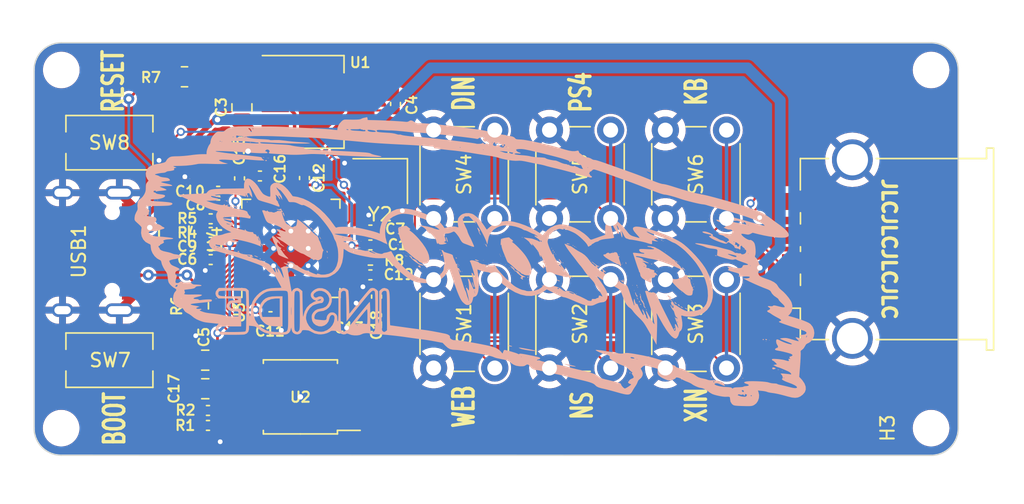
<source format=kicad_pcb>
(kicad_pcb (version 20221018) (generator pcbnew)
  (layers (0 "F.Cu" signal) (31 "B.Cu" signal) (34 "B.Paste" user) (35 "F.Paste" user) (36 "B.SilkS" user "B.Silkscreen") (37 "F.SilkS" user "F.Silkscreen") (38 "B.Mask" user) (39 "F.Mask" user) (44 "Edge.Cuts" user))
  (net 0 "")
  (net 1 "OPTION")
  (net 2 "+3V3")
  (net 3 "CROSS")
  (net 4 "CIRCLE")
  (net 5 "R2")
  (net 6 "+1V1")
  (net 7 "SQUARE")
  (net 8 "TRIANGLE")
  (net 9 "/~{USB_BOOT}")
  (net 10 "/QSPI_SS")
  (net 11 "/USB_D+")
  (net 12 "Net-(U3-USB_DP)")
  (net 13 "/USB_D-")
  (net 14 "D_P")
  (net 15 "D_M")
  (net 16 "Net-(U3-USB_DM)")
  (net 17 "/QSPI_SD1")
  (net 18 "Net-(USB1-CC2)")
  (net 19 "GND")
  (net 20 "/QSPI_SD2")
  (net 21 "/QSPI_SD0")
  (net 22 "/QSPI_SCLK")
  (net 23 "/QSPI_SD3")
  (net 24 "SHARE")
  (net 25 "UP")
  (net 26 "DOWN")
  (net 27 "RIGHT")
  (net 28 "LEFT")
  (net 29 "L2")
  (net 30 "R1")
  (net 31 "L1")
  (net 32 "PS")
  (net 33 "TP")
  (net 34 "/SWCLK")
  (net 35 "/SWD")
  (net 36 "/RUN")
  (net 47 "L3")
  (net 48 "R3")
  (net 49 "Net-(USB1-CC1)")
  (net 52 "Net-(C19-Pad1)")
  (net 53 "/XIN")
  (net 54 "/XOUT")
  (net 55 "+5V")
  (footprint "Capacitor_SMD:C_0402_1005Metric" (layer "F.Cu") (at 38.925 67.3 180)
    (fp_text reference "C19")
    (fp_text value "30p")
  )
  (footprint "MountingHole:MountingHole_2.2mm_M2" (layer "F.Cu") (at 80.175 52.225 90)
    (fp_text reference "H4" hide)
    (fp_text value "MountingHole")
  )
  (footprint "Capacitor_SMD:C_0402_1005Metric" (layer "F.Cu") (at 34.075 60.175 90)
    (fp_text reference "C12")
    (fp_text value "100n")
  )
  (footprint "Capacitor_SMD:C_0402_1005Metric" (layer "F.Cu") (at 38.925 64)
    (fp_text reference "C7")
    (fp_text value "100n")
  )
  (footprint "Capacitor_SMD:C_0402_1005Metric" (layer "F.Cu") (at 27.175 64.175)
    (fp_text reference "R4")
    (fp_text value "27")
  )
  (footprint "MountingHole:MountingHole_2.2mm_M2" (layer "F.Cu") (at 16.175 78.575 90)
    (fp_text reference "H1" hide)
    (fp_text value "MountingHole")
  )
  (footprint "Button_Switch_THT:SW_PUSH_6mm_H13mm" (layer "F.Cu") (at 48.075 56.65 -90)
    (fp_text reference locked "SW4")
    (fp_text value locked "SW_Push_Open")
  )
  (footprint "Connector_USB:USB_A_TE_292303-7_Horizontal" (layer "F.Cu") (at 77.085 65.4 90)
    (fp_text reference "J1" hide)
    (fp_text value "USB_A")
  )
  (footprint "Resistor_SMD:R_0402_1005Metric" (layer "F.Cu") (at 38.925 66.2 180)
    (fp_text reference "R8")
    (fp_text value "1k")
  )
  (footprint "Capacitor_SMD:C_0402_1005Metric" (layer "F.Cu") (at 31.575 70.375)
    (fp_text reference "C11")
    (fp_text value "100n")
  )
  (footprint "Button_Switch_SMD:SW_Tactile_SPST_NO_Straight_CK_PTS636Sx25SMTRLFS" (layer "F.Cu") (at 19.725 73.575)
    (fp_text reference "SW7")
    (fp_text value "SW_Push_Open")
  )
  (footprint "Package_TO_SOT_SMD:SOT-223-3_TabPin2" (layer "F.Cu") (at 35.075 54.575)
    (fp_text reference "U1")
    (fp_text value "NCP1117-3.3_SOT223")
  )
  (footprint "Button_Switch_THT:SW_PUSH_6mm_H13mm" (layer "F.Cu") (at 56.6 56.65 -90)
    (fp_text reference "SW5")
    (fp_text value "SW_Push_Open")
  )
  (footprint "Type-C:HRO-TYPE-C-31-M-12-Assembly" (layer "F.Cu") (at 13.675 65.575 -90)
    (fp_text reference "USB1")
    (fp_text value "HRO-TYPE-C-31-M-12")
  )
  (footprint "Capacitor_SMD:C_0402_1005Metric" (layer "F.Cu") (at 27.725 61.15 180)
    (fp_text reference "C10")
    (fp_text value "1u")
  )
  (footprint "Capacitor_SMD:C_0402_1005Metric" (layer "F.Cu") (at 27.175 63.175)
    (fp_text reference "R5")
    (fp_text value "27")
  )
  (footprint "Button_Switch_THT:SW_PUSH_6mm_H13mm" (layer "F.Cu") (at 56.6 67.65 -90)
    (fp_text reference "SW2")
    (fp_text value "SW_Push_Open")
  )
  (footprint "MountingHole:MountingHole_2.2mm_M2" (layer "F.Cu") (at 80.175 78.575 90)
    (fp_text reference "H3")
    (fp_text value "MountingHole")
  )
  (footprint "Button_Switch_THT:SW_PUSH_6mm_H13mm" (layer "F.Cu") (at 65.125 67.65 -90)
    (fp_text reference "SW3")
    (fp_text value "SW_Push_Open")
  )
  (footprint "Capacitor_SMD:C_0402_1005Metric" (layer "F.Cu") (at 27.175 65.175 180)
    (fp_text reference "C9")
    (fp_text value "100n")
  )
  (footprint "Capacitor_SMD:C_0805_2012Metric" (layer "F.Cu") (at 29.475 54.975 90)
    (fp_text reference "C3")
    (fp_text value "10u")
  )
  (footprint "Crystal:Crystal_SMD_3225-4Pin_3.2x2.5mm" (layer "F.Cu") (at 39.65 60.4 180)
    (fp_text reference "Y2")
    (fp_text value "Crystal_GND24")
  )
  (footprint "Capacitor_SMD:C_0402_1005Metric" (layer "F.Cu") (at 34.975 71.195)
    (fp_text reference "C13")
    (fp_text value "100n")
  )
  (footprint "Capacitor_SMD:C_0402_1005Metric" (layer "F.Cu") (at 26.975 78.375 180)
    (fp_text reference "R1")
    (fp_text value "1k")
  )
  (footprint "Capacitor_SMD:C_0402_1005Metric" (layer "F.Cu") (at 27.725 62.15 180)
    (fp_text reference "C8")
    (fp_text value "1u")
  )
  (footprint "Button_Switch_SMD:SW_Tactile_SPST_NO_Straight_CK_PTS636Sx25SMTRLFS" (layer "F.Cu") (at 19.725 57.575)
    (fp_text reference "SW8")
    (fp_text value "SW_Push_Open")
  )
  (footprint "Capacitor_SMD:C_0402_1005Metric" (layer "F.Cu") (at 26.975 77.275)
    (fp_text reference "R2")
    (fp_text value "10k")
  )
  (footprint "Capacitor_SMD:C_0402_1005Metric" (layer "F.Cu") (at 30.8 60.025 180)
    (fp_text reference "C16")
    (fp_text value "100n")
  )
  (footprint "Capacitor_SMD:C_0805_2012Metric" (layer "F.Cu") (at 26.775 73.575 180)
    (fp_text reference "C5")
    (fp_text value "10u")
  )
  (footprint "Capacitor_SMD:C_0402_1005Metric" (layer "F.Cu") (at 29.3 60.2 90)
    (fp_text reference "C15")
    (fp_text value "100n")
  )
  (footprint "Button_Switch_THT:SW_PUSH_6mm_H13mm" (layer "F.Cu") (at 48.075 67.65 -90)
    (fp_text reference locked "SW1")
    (fp_text value "SW_Push_Open")
  )
  (footprint "Resistor_SMD:R_0805_2012Metric" (layer "F.Cu") (at 25.25 52.725)
    (fp_text reference "R7")
    (fp_text value "5.1k")
  )
  (footprint "MountingHole:MountingHole_2.2mm_M2" (layer "F.Cu") (at 16.185 52.225 90)
    (fp_text reference "H2" hide)
    (fp_text value "MountingHole")
  )
  (footprint "Capacitor_SMD:C_0805_2012Metric" (layer "F.Cu") (at 26.775 75.675 180)
    (fp_text reference "C17")
    (fp_text value "10u")
  )
  (footprint "Package_SO:SOIC-8_5.23x5.23mm_P1.27mm" (layer "F.Cu") (at 33.775 76.275 180)
    (fp_text reference "U2")
    (fp_text value "W25Q128JVS")
  )
  (footprint "Capacitor_SMD:C_0402_1005Metric" (layer "F.Cu") (at 39.375 68.9 90)
    (fp_text reference "C18")
    (fp_text value "30p")
  )
  (footprint "Resistor_SMD:R_0805_2012Metric" (layer "F.Cu") (at 26.275 69.575 -90)
    (fp_text reference "R6")
    (fp_text value "5.1k")
  )
  (footprint "Capacitor_SMD:C_0402_1005Metric" (layer "F.Cu") (at 27.175 66.175 180)
    (fp_text reference "C6")
    (fp_text value "100n")
  )
  (footprint "RP2040_minimal:RP2040-QFN-56" (layer "F.Cu") (at 33.075 65.35 90)
    (fp_text reference "U3")
    (fp_text value "RP2040")
  )
  (footprint "Button_Switch_THT:SW_PUSH_6mm_H13mm" (layer "F.Cu") (at 65.125 56.65 -90)
    (fp_text reference "SW6")
    (fp_text value "SW_Push_Open")
  )
  (footprint "Capacitor_SMD:C_0402_1005Metric" (layer "F.Cu") (at 38.925 65.1)
    (fp_text reference "C14")
    (fp_text value "100n")
  )
  (footprint "Capacitor_SMD:C_0402_1005Metric" (layer "F.Cu") (at 40.775 54.725 90)
    (fp_text reference "C4")
    (fp_text value "100n")
  )
  (footprint "SMF05CT1G:SOT65P210X110-6N" (layer "F.Cu") (at 24.475 64.4 -90)
    (fp_text reference "U4")
    (fp_text value "SMF05CT1G")
  )
  (footprint "Logo:gp2040-ce-logo-inside-BW" (layer "B.Cu") (at 46.6 66.325 180)
    (fp_text reference "G***" hide)
    (fp_text value "LOGO" hide)
  )
  (gr_line (start 82.175 52.225) (end 82.175 78.575) (stroke (width 0.1)) (layer "Edge.Cuts"))
  (gr_line (start 14.185 52.225) (end 14.185 78.575) (stroke (width 0.1)) (layer "Edge.Cuts"))
  (gr_arc (start 14.185 52.225) (mid 14.770786 50.810786) (end 16.185 50.225) (stroke (width 0.1)) (layer "Edge.Cuts"))
  (gr_line (start 16.185 50.225) (end 80.175 50.225) (stroke (width 0.1)) (layer "Edge.Cuts"))
  (gr_arc (start 80.175 50.225) (mid 81.589214 50.810786) (end 82.175 52.225) (stroke (width 0.1)) (layer "Edge.Cuts"))
  (gr_line (start 80.175 80.575) (end 16.175 80.565) (stroke (width 0.1)) (layer "Edge.Cuts"))
  (gr_arc (start 16.175 80.565) (mid 14.767858 79.982142) (end 14.185 78.575) (stroke (width 0.1)) (layer "Edge.Cuts"))
  (gr_arc (start 82.175 78.575) (mid 81.589214 79.989214) (end 80.175 80.575) (stroke (width 0.1)) (layer "Edge.Cuts"))
  (gr_text "NS" (at 55.375 78.075 90) (layer "F.SilkS") (effects (font (size 1.5 1) (thickness 0.25) bold) (justify left bottom)))
  (gr_text "WEB" (at 46.675 78.675 90) (layer "F.SilkS") (effects (font (size 1.5 1) (thickness 0.25) bold) (justify left bottom)))
  (gr_text "BOOT" (at 20.975 79.975 90) (layer "F.SilkS") (effects (font (size 1.5 1) (thickness 0.25) bold) (justify left bottom)))
  (gr_text "RESET" (at 20.875 55.475 90) (layer "F.SilkS") (effects (font (size 1.5 1) (thickness 0.25) bold) (justify left bottom)))
  (gr_text "PS4" (at 55.275 55.475 90) (layer "F.SilkS") (effects (font (size 1.5 1) (thickness 0.25) bold) (justify left bottom)))
  (gr_text "KB" (at 63.775 54.975 90) (layer "F.SilkS") (effects (font (size 1.5 1) (thickness 0.25) bold) (justify left bottom)))
  (gr_text "JLCJLCJLCJLC" (at 77.085 65.4 -90) (layer "F.SilkS") (effects (font (size 1 1) (thickness 0.25) bold)))
  (gr_text "DIN" (at 46.675 55.375 90) (layer "F.SilkS") (effects (font (size 1.5 1) (thickness 0.25) bold) (justify left bottom)))
  (gr_text "XIN\n" (at 63.775 78.275 90) (layer "F.SilkS") (effects (font (size 1.5 1) (thickness 0.25) bold) (justify left bottom)))
  (segment (start 32.998 71.581475) (end 32.998 69.998) (width 0.15) (layer "F.Cu") (net 1))
  (segment (start 32.998 69.998) (end 32.675 69.675) (width 0.15) (layer "F.Cu") (net 1))
  (segment (start 32.675 69.675) (end 31.665381 69.675) (width 0.15) (layer "F.Cu") (net 1))
  (segment (start 46.374 72.449) (end 33.865524 72.449) (width 0.15) (layer "F.Cu") (net 1))
  (segment (start 31.665381 69.675) (end 31.275 69.284619) (width 0.15) (layer "F.Cu") (net 1))
  (segment (start 33.865524 72.449) (end 32.998 71.581475) (width 0.15) (layer "F.Cu") (net 1))
  (segment (start 31.275 69.284619) (end 31.275 68.7875) (width 0.15) (layer "F.Cu") (net 1))
  (segment (start 48.075 74.15) (end 46.374 72.449) (width 0.15) (layer "F.Cu") (net 1))
  (segment (start 48.075 74.15) (end 48.075 67.65) (width 0.25) (layer "B.Cu") (net 1))
  (segment (start 27.725 75.675) (end 27.725 73.575) (width 0.15) (layer "F.Cu") (net 2))
  (segment (start 27.725 76.525) (end 27.725 75.675) (width 0.15) (layer "F.Cu") (net 2))
  (segment (start 38.85 55.2) (end 40.77 55.2) (width 0.15) (layer "F.Cu") (net 2))
  (segment (start 31.28 60.025) (end 31.28 60.37) (width 0.15) (layer "F.Cu") (net 2))
  (segment (start 29 61.875) (end 29 62.5) (width 0.15) (layer "F.Cu") (net 2))
  (segment (start 35.975 57.748) (end 35.975 56.825) (width 0.25) (layer "F.Cu") (net 2))
  (segment (start 29 61.875) (end 29 63) (width 0.15) (layer "F.Cu") (net 2))
  (segment (start 30.675 62.775) (end 30.65 62.75) (width 0.15) (layer "F.Cu") (net 2))
  (segment (start 37.55 65.15) (end 38.395 65.15) (width 0.15) (layer "F.Cu") (net 2))
  (segment (start 34.875 60.68) (end 34.1 60.68) (width 0.2) (layer "F.Cu") (net 2))
  (segment (start 33.347814 58.348) (end 32.823 58.872814) (width 0.25) (layer "F.Cu") (net 2))
  (segment (start 38.395 65.15) (end 38.445 65.1) (width 0.15) (layer "F.Cu") (net 2))
  (segment (start 33.859619 68.075) (end 30.690381 68.075) (width 0.15) (layer "F.Cu") (net 2))
  (segment (start 28.575 64.975) (end 28.75 65.15) (width 0.2) (layer "F.Cu") (net 2))
  (segment (start 30.475 69.875) (end 30.475 68.7875) (width 0.15) (layer "F.Cu") (net 2))
  (segment (start 30.675 62.775) (end 30.475 62.575) (width 0.15) (layer "F.Cu") (net 2))
  (segment (start 32.823 58.872814) (end 32.823 59.822814) (width 0.25) (layer "F.Cu") (net 2))
  (segment (start 34.075 62.575) (end 33.875 62.775) (width 0.15) (layer "F.Cu") (net 2))
  (segment (start 29 60.98) (end 29.3 60.68) (width 0.15) (layer "F.Cu") (net 2))
  (segment (start 31.601 60.346) (end 31.28 60.025) (width 0.25) (layer "F.Cu") (net 2))
  (segment (start 30.175 78.18) (end 29.38 78.18) (width 0.15) (layer "F.Cu") (net 2))
  (segment (start 34.075 68.290381) (end 33.859619 68.075) (width 0.15) (layer "F.Cu") (net 2))
  (segment (start 28.375 65.175) (end 27.655 65.175) (width 0.15) (layer "F.Cu") (net 2))
  (segment (start 30.475 69.875) (end 30.975 70.375) (width 0.15) (layer "F.Cu") (net 2))
  (segment (start 33.875 62.775) (end 30.675 62.775) (width 0.15) (layer "F.Cu") (net 2))
  (segment (start 29.15 63.15) (end 29.6375 63.15) (width 0.15) (layer "F.Cu") (net 2))
  (segment (start 30.975 70.375) (end 31.095 70.375) (width 0.15) (layer "F.Cu") (net 2))
  (segment (start 34.075 70.775) (end 34.495 71.195) (width 0.15) (layer "F.Cu") (net 2))
  (segment (start 38.225 54.575) (end 38.85 55.2) (width 0.15) (layer "F.Cu") (net 2))
  (segment (start 30.475 62.575) (end 30.475 61.9125) (width 0.15) (layer "F.Cu") (net 2))
  (segment (start 31.28 60.37) (end 30.475 61.175) (width 0.15) (layer "F.Cu") (net 2))
  (segment (start 34.075 68.7875) (end 34.075 70.775) (width 0.15) (layer "F.Cu") (net 2))
  (segment (start 30.475 61.175) (end 30.475 61.9125) (width 0.15) (layer "F.Cu") (net 2))
  (segment (start 40.77 55.2) (end 40.775 55.205) (width 0.15) (layer "F.Cu") (net 2))
  (segment (start 30.475 68.290381) (end 30.475 68.7875) (width 0.15) (layer "F.Cu") (net 2))
  (segment (start 28.83 61.15) (end 28.205 61.15) (width 0.15) (layer "F.Cu") (net 2))
  (segment (start 30.690381 68.075) (end 30.475 68.290381) (width 0.15) (layer "F.Cu") (net 2))
  (segment (start 33.347814 55.447814) (end 33.347814 58.348) (width 0.25) (layer "F.Cu") (net 2))
  (segment (start 29.25 62.75) (end 29.6375 62.75) (width 0.15) (layer "F.Cu") (net 2))
  (segment (start 35.975 56.825) (end 38.225 54.575) (width 0.25) (layer "F.Cu") (net 2))
  (segment (start 32.299814 60.346) (end 31.601 60.346) (width 0.25) (layer "F.Cu") (net 2))
  (segment (start 37.55 65.15) (end 36.5125 65.15) (width 0.15) (layer "F.Cu") (net 2))
  (segment (start 29.38 78.18) (end 27.725 76.525) (width 0.15) (layer "F.Cu") (net 2))
  (segment (start 30.3 63.15) (end 29.6375 63.15) (width 0.15) (layer "F.Cu") (net 2))
  (segment (start 29 63) (end 29.15 63.15) (width 0.15) (layer "F.Cu") (net 2))
  (segment (start 28.575 64.975) (end 28.375 65.175) (width 0.15) (layer "F.Cu") (net 2))
  (segment (start 34.1 60.68) (end 34.075 60.655) (width 0.2) (layer "F.Cu") (net 2))
  (segment (start 28.8 64.75) (end 29.6375 64.75) (width 0.2) (layer "F.Cu") (net 2))
  (segment (start 28.575 64.975) (end 28.8 64.75) (width 0.2) (layer "F.Cu") (net 2))
  (segment (start 28.75 65.15) (end 29.6375 65.15) (width 0.2) (layer "F.Cu") (net 2))
  (segment (start 29.3 60.68) (end 28.83 61.15) (width 0.15) (layer "F.Cu") (net 2))
  (segment (start 34.075 68.7875) (end 34.075 68.290381) (width 0.15) (layer "F.Cu") (net 2))
  (segment (start 26.495 77.275) (end 26.495 76.905) (width 0.15) (layer "F.Cu") (net 2))
  (segment (start 33.347814 58.348) (end 35.375 58.348) (width 0.25) (layer "F.Cu") (net 2))
  (segment (start 26.495 76.905) (end 27.725 75.675) (width 0.15) (layer "F.Cu") (net 2))
  (segment (start 30.675 62.775) (end 30.3 63.15) (width 0.15) (layer "F.Cu") (net 2))
  (segment (start 30.65 62.75) (end 29.6375 62.75) (width 0.15) (layer "F.Cu") (net 2))
  (segment (start 34.075 61.9125) (end 34.075 62.575) (width 0.15) (layer "F.Cu") (net 2))
  (segment (start 34.075 61.9125) (end 34.075 60.655) (width 0.15) (layer "F.Cu") (net 2))
  (segment (start 32.823 59.822814) (end 32.299814 60.346) (width 0.25) (layer "F.Cu") (net 2))
  (segment (start 29 61.875) (end 29 60.98) (width 0.15) (layer "F.Cu") (net 2))
  (segment (start 32.475 54.575) (end 33.347814 55.447814) (width 0.25) (layer "F.Cu") (net 2))
  (segment (start 35.375 58.348) (end 35.975 57.748) (width 0.25) (layer "F.Cu") (net 2))
  (segment (start 29 62.5) (end 29.25 62.75) (width 0.15) (layer "F.Cu") (net 2))
  (segment (start 31.925 54.575) (end 32.475 54.575) (width 0.25) (layer "F.Cu") (net 2))
  (segment (start 27.675 73.525) (end 27.725 73.575) (width 0.2) (layer "F.Cu") (net 2))
  (segment (start 27.675 71.575) (end 27.675 73.525) (width 0.2) (layer "F.Cu") (net 2))
  (via (at 34.875 60.68) (size 0.6) (drill 0.35) (layers "F.Cu" "B.Cu") (net 2))
  (via (at 37.55 65.15) (size 0.6) (drill 0.35) (layers "F.Cu" "B.Cu") (net 2))
  (via (at 29 61.875) (size 0.6) (drill 0.35) (layers "F.Cu" "B.Cu") (net 2))
  (via (at 28.575 64.975) (size 0.6) (drill 0.35) (layers "F.Cu" "B.Cu") (net 2))
  (via (at 30.475 69.875) (size 0.6) (drill 0.35) (layers "F.Cu" "B.Cu") (net 2))
  (via (at 27.675 71.575) (size 0.6) (drill 0.35) (layers "F.Cu" "B.Cu") (net 2))
  (segment (start 29.475 69.875) (end 28.525 68.925) (width 0.2) (layer "B.Cu") (net 2))
  (segment (start 36.155 60.68) (end 34.875 60.68) (width 0.2) (layer "B.Cu") (net 2))
  (segment (start 36.37 60.895) (end 36.155 60.68) (width 0.2) (layer "B.Cu") (net 2))
  (segment (start 36.7244 61.28) (end 36.37 60.9256) (width 0.2) (layer "B.Cu") (net 2))
  (segment (start 36.755 61.28) (end 36.7244 61.28) (width 0.2) (layer "B.Cu") (net 2))
  (segment (start 37.55 62.075) (end 36.755 61.28) (width 0.2) (layer "B.Cu") (net 2))
  (segment (start 29 64.55) (end 28.575 64.975) (width 0.2) (layer "B.Cu") (net 2))
  (segment (start 28.575 70.675) (end 28.575 64.975) (width 0.2) (layer "B.Cu") (net 2))
  (segment (start 30.475 69.875) (end 29.475 69.875) (width 0.2) (layer "B.Cu") (net 2))
  (segment (start 27.675 71.575) (end 28.575 70.675) (width 0.2) (layer "B.Cu") (net 2))
  (segment (start 29 61.875) (end 29 64.55) (width 0.2) (layer "B.Cu") (net 2))
  (segment (start 37.55 65.15) (end 37.55 62.075) (width 0.2) (layer "B.Cu") (net 2))
  (segment (start 36.37 60.9256) (end 36.37 60.895) (width 0.2) (layer "B.Cu") (net 2))
  (segment (start 54.622 72.172) (end 33.980262 72.172) (width 0.15) (layer "F.Cu") (net 3))
  (segment (start 33.980262 72.172) (end 33.275 71.466738) (width 0.15) (layer "F.Cu") (net 3))
  (segment (start 56.6 74.15) (end 54.622 72.172) (width 0.15) (layer "F.Cu") (net 3))
  (segment (start 33.275 71.466738) (end 33.275 68.7875) (width 0.15) (layer "F.Cu") (net 3))
  (segment (start 56.6 74.15) (end 56.6 67.65) (width 0.25) (layer "B.Cu") (net 3))
  (segment (start 34.095 71.895) (end 62.87 71.895) (width 0.15) (layer "F.Cu") (net 4))
  (segment (start 62.87 71.895) (end 65.125 74.15) (width 0.15) (layer "F.Cu") (net 4))
  (segment (start 33.675 71.475) (end 34.095 71.895) (width 0.15) (layer "F.Cu") (net 4))
  (segment (start 33.675 68.7875) (end 33.675 71.475) (width 0.15) (layer "F.Cu") (net 4))
  (segment (start 65.125 67.65) (end 65.125 74.15) (width 0.25) (layer "B.Cu") (net 4))
  (segment (start 34.939 70.539) (end 34.475 70.075) (width 0.15) (layer "F.Cu") (net 5))
  (segment (start 63.1 65.175) (end 42.675 65.175) (width 0.15) (layer "F.Cu") (net 5))
  (segment (start 41.575 66.275) (end 41.575 69.375) (width 0.15) (layer "F.Cu") (net 5))
  (segment (start 42.675 65.175) (end 41.575 66.275) (width 0.15) (layer "F.Cu") (net 5))
  (segment (start 40.410999 70.539) (end 34.939 70.539) (width 0.15) (layer "F.Cu") (net 5))
  (segment (start 41.575 69.375) (end 40.410999 70.539) (width 0.15) (layer "F.Cu") (net 5))
  (segment (start 34.475 70.075) (end 34.475 68.7875) (width 0.15) (layer "F.Cu") (net 5))
  (segment (start 65.125 63.15) (end 63.1 65.175) (width 0.15) (layer "F.Cu") (net 5))
  (segment (start 65.125 63.15) (end 65.125 56.65) (width 0.25) (layer "B.Cu") (net 5))
  (segment (start 28.024576 66.175) (end 27.655 66.175) (width 0.15) (layer "F.Cu") (net 6))
  (segment (start 28.275 62.695244) (end 28.205 62.625244) (width 0.15) (layer "F.Cu") (net 6))
  (segment (start 29.6375 65.55) (end 28.649576 65.55) (width 0.15) (layer "F.Cu") (net 6))
  (segment (start 34.975 63.075) (end 30.875 63.075) (width 0.15) (layer "F.Cu") (net 6))
  (segment (start 30.2 65.55) (end 30.475 65.275) (width 0.15) (layer "F.Cu") (net 6))
  (segment (start 37.075 64.75) (end 36.5125 64.75) (width 0.15) (layer "F.Cu") (net 6))
  (segment (start 29.6375 63.55) (end 28.958262 63.55) (width 0.15) (layer "F.Cu") (net 6))
  (segment (start 30.4 63.55) (end 30.291738 63.55) (width 0.15) (layer "F.Cu") (net 6))
  (segment (start 28.958262 63.55) (end 28.275 62.866738) (width 0.15) (layer "F.Cu") (net 6))
  (segment (start 38.445 64) (end 37.825 64) (width 0.15) (layer "F.Cu") (net 6))
  (segment (start 36.5125 64.75) (end 36.015381 64.75) (width 0.15) (layer "F.Cu") (net 6))
  (segment (start 28.275 62.866738) (end 28.275 62.695244) (width 0.15) (layer "F.Cu") (net 6))
  (segment (start 28.205 62.625244) (end 28.205 62.15) (width 0.15) (layer "F.Cu") (net 6))
  (segment (start 28.649576 65.55) (end 28.024576 66.175) (width 0.15) (layer "F.Cu") (net 6))
  (segment (start 35.675 63.775) (end 34.975 63.075) (width 0.15) (layer "F.Cu") (net 6))
  (segment (start 37.825 64) (end 37.075 64.75) (width 0.15) (layer "F.Cu") (net 6))
  (segment (start 30.291738 63.55) (end 29.6375 63.55) (width 0.15) (layer "F.Cu") (net 6))
  (segment (start 30.475 63.733262) (end 30.291738 63.55) (width 0.15) (layer "F.Cu") (net 6))
  (segment (start 36.015381 64.75) (end 35.675 64.409619) (width 0.15) (layer "F.Cu") (net 6))
  (segment (start 30.875 63.075) (end 30.4 63.55) (width 0.15) (layer "F.Cu") (net 6))
  (segment (start 29.6375 65.55) (end 30.2 65.55) (width 0.15) (layer "F.Cu") (net 6))
  (segment (start 30.475 65.275) (end 30.475 63.733262) (width 0.15) (layer "F.Cu") (net 6))
  (segment (start 35.675 64.409619) (end 35.675 63.775) (width 0.15) (layer "F.Cu") (net 6))
  (segment (start 48.075 63.15) (end 46.327 64.898) (width 0.15) (layer "F.Cu") (net 7))
  (segment (start 41.298 66.160263) (end 41.298 69.260262) (width 0.15) (layer "F.Cu") (net 7))
  (segment (start 41.298 69.260262) (end 40.296262 70.262) (width 0.15) (layer "F.Cu") (net 7))
  (segment (start 35.662 70.262) (end 35.275 69.875) (width 0.15) (layer "F.Cu") (net 7))
  (segment (start 40.296262 70.262) (end 35.662 70.262) (width 0.15) (layer "F.Cu") (net 7))
  (segment (start 42.560262 64.898) (end 41.298 66.160263) (width 0.15) (layer "F.Cu") (net 7))
  (segment (start 46.327 64.898) (end 42.560262 64.898) (width 0.15) (layer "F.Cu") (net 7))
  (segment (start 35.275 69.875) (end 35.275 68.7875) (width 0.15) (layer "F.Cu") (net 7))
  (segment (start 48.075 63.15) (end 48.075 56.65) (width 0.25) (layer "B.Cu") (net 7))
  (segment (start 40.181524 69.985) (end 36.085 69.985) (width 0.15) (layer "F.Cu") (net 8))
  (segment (start 36.085 69.985) (end 35.675 69.575) (width 0.15) (layer "F.Cu") (net 8))
  (segment (start 56.6 63.15) (end 55.125 61.675) (width 0.15) (layer "F.Cu") (net 8))
  (segment (start 35.675 69.575) (end 35.675 68.7875) (width 0.15) (layer "F.Cu") (net 8))
  (segment (start 41.021 66.045526) (end 41.021 69.145524) (width 0.15) (layer "F.Cu") (net 8))
  (segment (start 42.925 61.675) (end 42.2 62.4) (width 0.15) (layer "F.Cu") (net 8))
  (segment (start 42.2 62.4) (end 42.2 64.866526) (width 0.15) (layer "F.Cu") (net 8))
  (segment (start 55.125 61.675) (end 42.925 61.675) (width 0.15) (layer "F.Cu") (net 8))
  (segment (start 42.2 64.866526) (end 41.021 66.045526) (width 0.15) (layer "F.Cu") (net 8))
  (segment (start 41.021 69.145524) (end 40.181524 69.985) (width 0.15) (layer "F.Cu") (net 8))
  (segment (start 56.6 63.15) (end 56.6 56.65) (width 0.25) (layer "B.Cu") (net 8))
  (segment (start 25.375 78.375) (end 23.6 76.6) (width 0.15) (layer "F.Cu") (net 9))
  (segment (start 23.6 76.6) (end 23.6 73.575) (width 0.15) (layer "F.Cu") (net 9))
  (segment (start 26.495 78.375) (end 25.375 78.375) (width 0.15) (layer "F.Cu") (net 9))
  (segment (start 27.915 78.375) (end 28.815 79.275) (width 0.15) (layer "F.Cu") (net 10))
  (segment (start 38.57 78.18) (end 37.375 78.18) (width 0.15) (layer "F.Cu") (net 10))
  (segment (start 37.375 78.475) (end 37.375 78.18) (width 0.15) (layer "F.Cu") (net 10))
  (segment (start 27.455 77.275) (end 27.455 78.375) (width 0.15) (layer "F.Cu") (net 10))
  (segment (start 39.175 73.601525) (end 39.175 77.575) (width 0.15) (layer "F.Cu") (net 10))
  (segment (start 28.675 68.275) (end 28.675 69.675) (width 0.15) (layer "F.Cu") (net 10))
  (segment (start 36.575 79.275) (end 37.375 78.475) (width 0.15) (layer "F.Cu") (net 10))
  (segment (start 31.726 72.726) (end 38.299475 72.726) (width 0.15) (layer "F.Cu") (net 10))
  (segment (start 27.455 78.375) (end 27.915 78.375) (width 0.15) (layer "F.Cu") (net 10))
  (segment (start 29.6375 67.95) (end 29 67.95) (width 0.15) (layer "F.Cu") (net 10))
  (segment (start 29 67.95) (end 28.675 68.275) (width 0.15) (layer "F.Cu") (net 10))
  (segment (start 28.675 69.675) (end 31.726 72.726) (width 0.15) (layer "F.Cu") (net 10))
  (segment (start 28.815 79.275) (end 36.575 79.275) (width 0.15) (layer "F.Cu") (net 10))
  (segment (start 38.299475 72.726) (end 39.175 73.601525) (width 0.15) (layer "F.Cu") (net 10))
  (segment (start 39.175 77.575) (end 38.57 78.18) (width 0.15) (layer "F.Cu") (net 10))
  (segment (start 25.763229 66.611771) (end 24.736771 66.611771) (width 0.2) (layer "F.Cu") (net 11))
  (segment (start 20.395 65.325) (end 21.37 65.325) (width 0.2) (layer "F.Cu") (net 11))
  (segment (start 24.736771 66.611771) (end 24.475 66.35) (width 0.2) (layer "F.Cu") (net 11))
  (segment (start 26.695 64.175) (end 26.075 64.795) (width 0.2) (layer "F.Cu") (net 11))
  (segment (start 24.475 66.35) (end 24.475 65.335) (width 0.2) (layer "F.Cu") (net 11))
  (segment (start 20.395 66.325) (end 20.345 66.275) (width 0.2) (layer "F.Cu") (net 11))
  (segment (start 26.075 64.795) (end 26.075 66.3) (width 0.2) (layer "F.Cu") (net 11))
  (segment (start 26.075 66.3) (end 25.763229 66.611771) (width 0.2) (layer "F.Cu") (net 11))
  (segment (start 20.345 65.375) (end 20.395 65.325) (width 0.2) (layer "F.Cu") (net 11))
  (segment (start 21.37 66.325) (end 20.395 66.325) (width 0.2) (layer "F.Cu") (net 11))
  (segment (start 20.345 66.275) (end 20.345 65.375) (width 0.2) (layer "F.Cu") (net 11))
  (segment (start 24.736771 66.611771) (end 24.45 66.325) (width 0.2) (layer "F.Cu") (net 11))
  (segment (start 24.45 66.325) (end 21.37 66.325) (width 0.2) (layer "F.Cu") (net 11))
  (segment (start 28.775 64.175) (end 28.95 64.35) (width 0.15) (layer "F.Cu") (net 12))
  (segment (start 27.655 64.175) (end 28.775 64.175) (width 0.15) (layer "F.Cu") (net 12))
  (segment (start 28.95 64.35) (end 29.6375 64.35) (width 0.15) (layer "F.Cu") (net 12))
  (segment (start 22.885 64.505) (end 24.771418 64.505) (width 0.2) (layer "F.Cu") (net 13))
  (segment (start 22.225 64.825) (end 21.37 64.825) (width 0.2) (layer "F.Cu") (net 13))
  (segment (start 25.748 66.164552) (end 25.627781 66.284771) (width 0.2) (layer "F.Cu") (net 13))
  (segment (start 22.195 65.825) (end 22.395 65.625) (width 0.2) (layer "F.Cu") (net 13))
  (segment (start 25.125 64.858582) (end 25.125 65.335) (width 0.2) (layer "F.Cu") (net 13))
  (segment (start 22.395 64.995) (end 22.225 64.825) (width 0.2) (layer "F.Cu") (net 13))
  (segment (start 21.37 65.825) (end 22.195 65.825) (width 0.2) (layer "F.Cu") (net 13))
  (segment (start 25.125 66.15) (end 25.125 65.335) (width 0.2) (layer "F.Cu") (net 13))
  (segment (start 22.395 64.995) (end 22.885 64.505) (width 0.2) (layer "F.Cu") (net 13))
  (segment (start 25.748 64.122) (end 25.748 66.164552) (width 0.2) (layer "F.Cu") (net 13))
  (segment (start 22.395 65.625) (end 22.395 64.995) (width 0.2) (layer "F.Cu") (net 13))
  (segment (start 25.259771 66.284771) (end 25.125 66.15) (width 0.2) (layer "F.Cu") (net 13))
  (segment (start 24.771418 64.505) (end 25.125 64.858582) (width 0.2) (layer "F.Cu") (net 13))
  (segment (start 25.627781 66.284771) (end 25.259771 66.284771) (width 0.2) (layer "F.Cu") (net 13))
  (segment (start 26.695 63.175) (end 25.748 64.122) (width 0.2) (layer "F.Cu") (net 13))
  (segment (start 66.458262 54.475) (end 43.466738 54.475) (width 0.15) (layer "F.Cu") (net 14))
  (segment (start 35.698 58.952) (end 33.814738 58.952) (width 0.15) (layer "F.Cu") (net 14))
  (segment (start 36.175 58.475) (end 35.698 58.952) (width 0.15) (layer "F.Cu") (net 14))
  (segment (start 67.198 55.214738) (end 66.458262 54.475) (width 0.15) (layer "F.Cu") (net 14))
  (segment (start 43.466738 54.475) (end 39.466737 58.475) (width 0.15) (layer "F.Cu") (net 14))
  (segment (start 67.198 61.732) (end 67.198 55.214738) (width 0.15) (layer "F.Cu") (net 14))
  (segment (start 66.895 62.035) (end 67.198 61.732) (width 0.15) (layer "F.Cu") (net 14))
  (segment (start 31.275 61.275) (end 31.275 61.9125) (width 0.15) (layer "F.Cu") (net 14))
  (segment (start 32.55 60.95) (end 31.6 60.95) (width 0.15) (layer "F.Cu") (net 14))
  (segment (start 39.466737 58.475) (end 36.175 58.475) (width 0.15) (layer "F.Cu") (net 14))
  (segment (start 33.814738 58.952) (end 33.427 59.339738) (width 0.15) (layer "F.Cu") (net 14))
  (segment (start 31.6 60.95) (end 31.275 61.275) (width 0.15) (layer "F.Cu") (net 14))
  (segment (start 33.427 60.073) (end 32.55 60.95) (width 0.15) (layer "F.Cu") (net 14))
  (segment (start 33.427 59.339738) (end 33.427 60.073) (width 0.15) (layer "F.Cu") (net 14))
  (segment (start 68.875 64.4) (end 70.705 64.4) (width 0.15) (layer "F.Cu") (net 14))
  (segment (start 67.5625 63.0875) (end 68.875 64.4) (width 0.15) (layer "F.Cu") (net 14))
  (via (at 66.895 62.035) (size 0.6) (drill 0.35) (layers "F.Cu" "B.Cu") (net 14))
  (via (at 67.5625 63.0875) (size 0.6) (drill 0.35) (layers "F.Cu" "B.Cu") (net 14))
  (segment (start 67.5625 63.0875) (end 66.895 62.42) (width 0.15) (layer "B.Cu") (net 14))
  (segment (start 66.895 62.42) (end 66.895 62.035) (width 0.15) (layer "B.Cu") (net 14))
  (segment (start 66.573 54.198) (end 67.475 55.100001) (width 0.15) (layer "F.Cu") (net 15))
  (segment (start 30.875 61.283263) (end 31.485263 60.673) (width 0.15) (layer "F.Cu") (net 15))
  (segment (start 33.15 59.225) (end 33.7 58.675) (width 0.15) (layer "F.Cu") (net 15))
  (segment (start 32.435262 60.673) (end 33.15 59.958262) (width 0.15) (layer "F.Cu") (net 15))
  (segment (start 67.475 62.275244) (end 66.9825 62.767744) (width 0.15) (layer "F.Cu") (net 15))
  (segment (start 66.9825 64.3825) (end 69 66.4) (width 0.15) (layer "F.Cu") (net 15))
  (segment (start 35.583262 58.675) (end 36.060263 58.198) (width 0.15) (layer "F.Cu") (net 15))
  (segment (start 31.485263 60.673) (end 32.435262 60.673) (width 0.15) (layer "F.Cu") (net 15))
  (segment (start 69 66.4) (end 70.705 66.4) (width 0.15) (layer "F.Cu") (net 15))
  (segment (start 66.9825 62.767744) (end 66.9825 64.3825) (width 0.15) (layer "F.Cu") (net 15))
  (segment (start 33.7 58.675) (end 35.583262 58.675) (width 0.15) (layer "F.Cu") (net 15))
  (segment (start 39.352 58.198) (end 43.352 54.198) (width 0.15) (layer "F.Cu") (net 15))
  (segment (start 30.875 61.9125) (end 30.875 61.283263) (width 0.15) (layer "F.Cu") (net 15))
  (segment (start 43.352 54.198) (end 66.573 54.198) (width 0.15) (layer "F.Cu") (net 15))
  (segment (start 36.060263 58.198) (end 39.352 58.198) (width 0.15) (layer "F.Cu") (net 15))
  (segment (start 33.15 59.958262) (end 33.15 59.225) (width 0.15) (layer "F.Cu") (net 15))
  (segment (start 67.475 55.100001) (end 67.475 62.275244) (width 0.15) (layer "F.Cu") (net 15))
  (segment (start 27.655 63.175) (end 28.175 63.175) (width 0.15) (layer "F.Cu") (net 16))
  (segment (start 28.175 63.175) (end 28.95 63.95) (width 0.15) (layer "F.Cu") (net 16))
  (segment (start 28.95 63.95) (end 29.6375 63.95) (width 0.15) (layer "F.Cu") (net 16))
  (segment (start 28.398 69.789738) (end 31.611262 73.003) (width 0.15) (layer "F.Cu") (net 17))
  (segment (start 38.53 76.91) (end 37.375 76.91) (width 0.15) (layer "F.Cu") (net 17))
  (segment (start 38.184738 73.003) (end 38.898 73.716262) (width 0.15) (layer "F.Cu") (net 17))
  (segment (start 28.398 68.160263) (end 28.398 69.789738) (width 0.15) (layer "F.Cu") (net 17))
  (segment (start 38.898 73.716262) (end 38.898 76.542) (width 0.15) (layer "F.Cu") (net 17))
  (segment (start 31.611262 73.003) (end 38.184738 73.003) (width 0.15) (layer "F.Cu") (net 17))
  (segment (start 29.008262 67.55) (end 28.398 68.160263) (width 0.15) (layer "F.Cu") (net 17))
  (segment (start 29.6375 67.55) (end 29.008262 67.55) (width 0.15) (layer "F.Cu") (net 17))
  (segment (start 38.898 76.542) (end 38.53 76.91) (width 0.15) (layer "F.Cu") (net 17))
  (segment (start 25.425 67.311771) (end 26.275 68.161771) (width 0.2) (layer "F.Cu") (net 18))
  (segment (start 22.590971 67.311771) (end 22.238229 67.311771) (width 0.2) (layer "F.Cu") (net 18))
  (segment (start 22.225 67.325) (end 21.37 67.325) (width 0.2) (layer "F.Cu") (net 18))
  (segment (start 22.238229 67.311771) (end 22.225 67.325) (width 0.2) (layer "F.Cu") (net 18))
  (segment (start 26.275 68.161771) (end 26.275 68.6625) (width 0.2) (layer "F.Cu") (net 18))
  (via (at 22.590971 67.311771) (size 0.8) (drill 0.4) (layers "F.Cu" "B.Cu") (net 18))
  (via (at 25.425 67.311771) (size 0.8) (drill 0.4) (layers "F.Cu" "B.Cu") (net 18))
  (segment (start 25.425 67.311771) (end 22.590971 67.311771) (width 0.2) (layer "B.Cu") (net 18))
  (segment (start 27.245 61.15) (end 26.35 61.15) (width 0.15) (layer "F.Cu") (net 19))
  (segment (start 29.925 58.2) (end 30.32 58.595) (width 0.15) (layer "F.Cu") (net 19))
  (segment (start 39.37 69.375) (end 39.375 69.38) (width 0.15) (layer "F.Cu") (net 19))
  (segment (start 26.775 66.975) (end 26.695 66.895) (width 0.15) (layer "F.Cu") (net 19))
  (segment (start 29.3 59.72) (end 25.63 59.72) (width 0.15) (layer "F.Cu") (net 19))
  (segment (start 26.075 70.6875) (end 26.275 70.4875) (width 0.15) (layer "F.Cu") (net 19))
  (segment (start 25.825 72.025) (end 25.825 73.575) (width 0.15) (layer "F.Cu") (net 19))
  (segment (start 21.37 68.825) (end 21.37 68.98) (width 0.6) (layer "F.Cu") (net 19))
  (segment (start 41.275 62.575) (end 40.75 62.05) (width 0.15) (layer "F.Cu") (net 19))
  (segment (start 39.405 65.1) (end 39.405 64) (width 0.15) (layer "F.Cu") (net 19))
  (segment (start 37.55 59.6) (end 38.5 59.6) (width 0.15) (layer "F.Cu") (net 19))
  (segment (start 37.518 69.018) (end 37.875 69.375) (width 0.15) (layer "F.Cu") (net 19))
  (segment (start 26.35 61.15) (end 25.275 60.075) (width 0.15) (layer "F.Cu") (net 19))
  (segment (start 21.37 62.17) (end 20.455 61.255) (width 0.6) (layer "F.Cu") (net 19))
  (segment (start 36.5125 66.35) (end 37.009619 66.35) (width 0.15) (layer "F.Cu") (net 19))
  (segment (start 37.025 59.075) (end 37.55 59.6) (width 0.15) (layer "F.Cu") (net 19))
  (segment (start 25.63 59.72) (end 25.275 60.075) (width 0.15) (layer "F.Cu") (net 19))
  (segment (start 40.75 62.05) (end 40.75 61.25) (width 0.15) (layer "F.Cu") (net 19))
  (segment (start 37.009619 66.35) (end 37.518 66.858381) (width 0.15) (layer "F.Cu") (net 19))
  (segment (start 21.37 62.325) (end 21.37 62.17) (width 0.6) (layer "F.Cu") (net 19))
  (segment (start 39.405 63.505) (end 39.405 64) (width 0.15) (layer "F.Cu") (net 19))
  (segment (start 38.8 62.9) (end 39.405 63.505) (width 0.15) (layer "F.Cu") (net 19))
  (segment (start 38.375 67.37) (end 38.445 67.3) (width 0.15) (layer "F.Cu") (net 19))
  (segment (start 38.375 68.175) (end 38.375 67.37) (width 0.15) (layer "F.Cu") (net 19))
  (segment (start 30.32 58.595) (end 30.32 60.025) (width 0.15) (layer "F.Cu") (net 19))
  (segment (start 38.5 59.6) (end 38.55 59.55) (width 0.15) (layer "F.Cu") (net 19))
  (segment (start 34.095 59.675) (end 34.075 59.695) (width 0.15) (layer "F.Cu") (net 19))
  (segment (start 37.875 69.375) (end 39.37 69.375) (width 0.15) (layer "F.Cu") (net 19))
  (segment (start 26.695 65.175) (end 26.695 66.175) (width 0.15) (layer "F.Cu") (net 19))
  (segment (start 34.975 59.675) (end 34.095 59.675) (width 0.15) (layer "F.Cu") (net 19))
  (segment (start 32.375 71.375) (end 32.055 71.055) (width 0.25) (layer "F.Cu") (net 19))
  (segment (start 25.825 75.675) (end 25.825 73.575) (width 0.15) (layer "F.Cu") (net 19))
  (segment (start 35.68 74.37) (end 33.775 76.275) (width 0.15) (layer "F.Cu") (net 19))
  (segment (start 32.055 71.055) (end 32.055 70.375) (width 0.25) (layer "F.Cu") (net 19))
  (segment (start 26.075 71.775) (end 25.825 72.025) (width 0.15) (layer "F.Cu") (net 19))
  (segment (start 21.37 68.98) (end 20.455 69.895) (width 0.6) (layer "F.Cu") (net 19))
  (segment (start 37.518 66.858381) (end 37.518 69.018) (width 0.15) (layer "F.Cu") (net 19))
  (segment (start 37.175 71.195) (end 35.455 71.195) (width 0.15) (layer "F.Cu") (net 19))
  (segment (start 27.245 62.15) (end 27.245 61.15) (width 0.15) (layer "F.Cu") (net 19))
  (segment (start 26.695 66.895) (end 26.695 66.175) (width 0.15) (layer "F.Cu") (net 19))
  (segment (start 26.075 71.775) (end 26.075 70.6875) (width 0.15) (layer "F.Cu") (net 19))
  (segment (start 37.375 74.37) (end 35.68 74.37) (width 0.15) (layer "F.Cu") (net 19))
  (via (at 27.875 79.575) (size 0.6) (drill 0.35) (layers "F.Cu" "B.Cu") (net 19))
  (via (at 37.025 59.075) (size 0.6) (drill 0.35) (layers "F.Cu" "B.Cu") (net 19))
  (via (at 29.925 58.2) (size 0.8) (drill 0.4) (layers "F.Cu" "B.Cu") (net 19))
  (via (at 37.175 71.195) (size 0.6) (drill 0.35) (layers "F.Cu" "B.Cu") (net 19))
  (via (at 38.8 62.9) (size 0.6) (drill 0.35) (layers "F.Cu" "B.Cu") (net 19))
  (via (at 32.375 71.375) (size 0.6) (drill 0.35) (layers "F.Cu" "B.Cu") (net 19))
  (via (at 25.275 60.075) (size 0.6) (drill 0.35) (layers "F.Cu" "B.Cu") (net 19))
  (via (at 37.875 69.375) (size 0.6) (drill 0.35) (layers "F.Cu" "B.Cu") (net 19))
  (via (at 26.075 71.775) (size 0.6) (drill 0.35) (layers "F.Cu" "B.Cu") (net 19))
  (via (at 41.275 62.575) (size 0.6) (drill 0.35) (layers "F.Cu" "B.Cu") (net 19))
  (via (at 23.375 58.875) (size 0.6) (drill 0.35) (layers "F.Cu" "B.Cu") (net 19))
  (via (at 33.775 76.275) (size 0.8) (drill 0.4) (layers "F.Cu" "B.Cu") (net 19))
  (via (at 38.375 68.175) (size 0.6) (drill 0.35) (layers "F.Cu" "B.Cu") (net 19))
  (via (at 34.975 59.675) (size 0.6) (drill 0.35) (layers "F.Cu" "B.Cu") (net 19))
  (via (at 26.775 66.975) (size 0.6) (drill 0.35) (layers "F.Cu" "B.Cu") (net 19))
  (segment (start 33.775 76.275) (end 30.475 79.575) (width 0.15) (layer "B.Cu") (net 19))
  (segment (start 24.575 60.075) (end 25.275 60.075) (width 0.15) (layer "B.Cu") (net 19))
  (segment (start 23.375 58.875) (end 24.575 60.075) (width 0.15) (layer "B.Cu") (net 19))
  (segment (start 26.075 71.795244) (end 26.734756 72.455) (width 0.15) (layer "B.Cu") (net 19))
  (segment (start 30.475 79.575) (end 27.875 79.575) (width 0.15) (layer "B.Cu") (net 19))
  (segment (start 26.734756 72.455) (end 29.955 72.455) (width 0.15) (layer "B.Cu") (net 19))
  (segment (start 26.075 71.775) (end 26.075 71.795244) (width 0.15) (layer "B.Cu") (net 19))
  (segment (start 29.955 72.455) (end 33.775 76.275) (width 0.15) (layer "B.Cu") (net 19))
  (segment (start 32.375 71.375) (end 32.375 74.875) (width 0.15) (layer "B.Cu") (net 19))
  (segment (start 32.375 74.875) (end 33.775 76.275) (width 0.15) (layer "B.Cu") (net 19))
  (segment (start 38.621 73.831) (end 38.621 75.519) (width 0.15) (layer "F.Cu") (net 20))
  (segment (start 38.621 75.519) (end 38.5 75.64) (width 0.15) (layer "F.Cu") (net 20))
  (segment (start 28.121 69.904476) (end 31.496525 73.28) (width 0.15) (layer "F.Cu") (net 20))
  (segment (start 29.6375 67.15) (end 29.016526 67.15) (width 0.15) (layer "F.Cu") (net 20))
  (segment (start 38.5 75.64) (end 37.375 75.64) (width 0.15) (layer "F.Cu") (net 20))
  (segment (start 38.07 73.28) (end 38.621 73.831) (width 0.15) (layer "F.Cu") (net 20))
  (segment (start 28.121 68.045526) (end 28.121 69.904476) (width 0.15) (layer "F.Cu") (net 20))
  (segment (start 31.496525 73.28) (end 38.07 73.28) (width 0.15) (layer "F.Cu") (net 20))
  (segment (start 29.016526 67.15) (end 28.121 68.045526) (width 0.15) (layer "F.Cu") (net 20))
  (segment (start 29.6375 66.75) (end 29.024788 66.75) (width 0.15) (layer "F.Cu") (net 21))
  (segment (start 30.175 72.350213) (end 30.175 74.37) (width 0.15) (layer "F.Cu") (net 21))
  (segment (start 27.844 70.019214) (end 30.175 72.350213) (width 0.15) (layer "F.Cu") (net 21))
  (segment (start 29.024788 66.75) (end 27.844 67.930789) (width 0.15) (layer "F.Cu") (net 21))
  (segment (start 27.844 67.930789) (end 27.844 70.019214) (width 0.15) (layer "F.Cu") (net 21))
  (segment (start 28.875 71.441952) (end 28.875 75.275) (width 0.15) (layer "F.Cu") (net 22))
  (segment (start 27.567 70.133952) (end 28.875 71.441952) (width 0.15) (layer "F.Cu") (net 22))
  (segment (start 27.567 67.816052) (end 27.567 70.133952) (width 0.15) (layer "F.Cu") (net 22))
  (segment (start 29.033052 66.35) (end 27.567 67.816052) (width 0.15) (layer "F.Cu") (net 22))
  (segment (start 29.24 75.64) (end 30.175 75.64) (width 0.15) (layer "F.Cu") (net 22))
  (segment (start 29.6375 66.35) (end 29.033052 66.35) (width 0.15) (layer "F.Cu") (net 22))
  (segment (start 28.875 75.275) (end 29.24 75.64) (width 0.15) (layer "F.Cu") (net 22))
  (segment (start 29.6375 65.95) (end 29.041315 65.95) (width 0.15) (layer "F.Cu") (net 23))
  (segment (start 29.21 76.91) (end 30.175 76.91) (width 0.15) (layer "F.Cu") (net 23))
  (segment (start 28.598 71.55669) (end 28.598 76.298) (width 0.15) (layer "F.Cu") (net 23))
  (segment (start 27.29 67.701315) (end 27.29 70.24869) (width 0.15) (layer "F.Cu") (net 23))
  (segment (start 28.598 76.298) (end 29.21 76.91) (width 0.15) (layer "F.Cu") (net 23))
  (segment (start 29.041315 65.95) (end 27.29 67.701315) (width 0.15) (layer "F.Cu") (net 23))
  (segment (start 27.29 70.24869) (end 28.598 71.55669) (width 0.15) (layer "F.Cu") (net 23))
  (segment (start 36.975 60.675) (end 37.375 61.075) (width 0.15) (layer "F.Cu") (net 36))
  (segment (start 37.2 63.55) (end 36.5125 63.55) (width 0.15) (layer "F.Cu") (net 36))
  (segment (start 37.375 61.075) (end 37.375 63.375) (width 0.15) (layer "F.Cu") (net 36))
  (segment (start 23.6 57.575) (end 24.175 57.575) (width 0.15) (layer "F.Cu") (net 36))
  (segment (start 37.375 63.375) (end 37.2 63.55) (width 0.15) (layer "F.Cu") (net 36))
  (segment (start 24.175 57.575) (end 24.975 56.775) (width 0.15) (layer "F.Cu") (net 36))
  (via (at 24.975 56.775) (size 0.6) (drill 0.35) (layers "F.Cu" "B.Cu") (net 36))
  (via (at 36.975 60.675) (size 0.6) (drill 0.35) (layers "F.Cu" "B.Cu") (net 36))
  (segment (start 36.425 58.875) (end 34.325 56.775) (width 0.15) (layer "B.Cu") (net 36))
  (segment (start 36.425 60.125) (end 36.425 58.875) (width 0.15) (layer "B.Cu") (net 36))
  (segment (start 34.325 56.775) (end 24.975 56.775) (width 0.15) (layer "B.Cu") (net 36))
  (segment (start 36.975 60.675) (end 36.425 60.125) (width 0.15) (layer "B.Cu") (net 36))
  (segment (start 22.188532 64.325) (end 21.37 64.325) (width 0.2) (layer "F.Cu") (net 49))
  (segment (start 21.15 54.35) (end 22.775 52.725) (width 0.2) (layer "F.Cu") (net 49))
  (segment (start 22.694502 63.81903) (end 22.188532 64.325) (width 0.2) (layer "F.Cu") (net 49))
  (segment (start 22.775 52.725) (end 24.3375 52.725) (width 0.2) (layer "F.Cu") (net 49))
  (via (at 21.15 54.35) (size 0.8) (drill 0.4) (layers "F.Cu" "B.Cu") (net 49))
  (via (at 22.694502 63.81903) (size 0.8) (drill 0.4) (layers "F.Cu" "B.Cu") (net 49))
  (segment (start 22.694502 59.244502) (end 21.15 57.7) (width 0.2) (layer "B.Cu") (net 49))
  (segment (start 22.694502 63.81903) (end 22.694502 59.244502) (width 0.2) (layer "B.Cu") (net 49))
  (segment (start 21.15 57.7) (end 21.15 54.35) (width 0.2) (layer "B.Cu") (net 49))
  (segment (start 39.975 66.2) (end 39.435 66.2) (width 0.2) (layer "F.Cu") (net 52))
  (segment (start 39.405 66.23) (end 39.405 67.3) (width 0.2) (layer "F.Cu") (net 52))
  (segment (start 39.435 66.2) (end 39.405 66.23) (width 0.2) (layer "F.Cu") (net 52))
  (segment (start 40.6 65.575) (end 39.975 66.2) (width 0.2) (layer "F.Cu") (net 52))
  (segment (start 38.55 61.25) (end 40.6 63.3) (width 0.2) (layer "F.Cu") (net 52))
  (segment (start 40.6 63.3) (end 40.6 65.575) (width 0.2) (layer "F.Cu") (net 52))
  (segment (start 37.795 66.62) (end 37.125 65.95) (width 0.15) (layer "F.Cu") (net 53))
  (segment (start 40.719 67.076) (end 39.375 68.42) (width 0.2) (layer "F.Cu") (net 53))
  (segment (start 41.275 59.55) (end 41.898 60.173) (width 0.2) (layer "F.Cu") (net 53))
  (segment (start 41.898 60.173) (end 41.898 64.741434) (width 0.2) (layer "F.Cu") (net 53))
  (segment (start 38.154756 68.775) (end 37.795 68.415244) (width 0.15) (layer "F.Cu") (net 53))
  (segment (start 41.898 64.741434) (end 40.719 65.920434) (width 0.2) (layer "F.Cu") (net 53))
  (segment (start 40.75 59.55) (end 41.275 59.55) (width 0.2) (layer "F.Cu") (net 53))
  (segment (start 39.375 68.42) (end 39.02 68.775) (width 0.15) (layer "F.Cu") (net 53))
  (segment (start 39.02 68.775) (end 38.154756 68.775) (width 0.15) (layer "F.Cu") (net 53))
  (segment (start 40.719 65.920434) (end 40.719 67.076) (width 0.2) (layer "F.Cu") (net 53))
  (segment (start 37.795 68.415244) (end 37.795 66.62) (width 0.15) (layer "F.Cu") (net 53))
  (segment (start 37.125 65.95) (end 36.5125 65.95) (width 0.15) (layer "F.Cu") (net 53))
  (segment (start 38.415 66.2) (end 37.775 66.2) (width 0.15) (layer "F.Cu") (net 54))
  (segment (start 37.775 66.2) (end 37.125 65.55) (width 0.15) (layer "F.Cu") (net 54))
  (segment (start 37.125 65.55) (end 36.5125 65.55) (width 0.15) (layer "F.Cu") (net 54))
  (segment (start 67.575 68.275) (end 68.2 68.9) (width 0.8) (layer "F.Cu") (net 55))
  (segment (start 20.586672 63.125) (end 21.37 63.125) (width 0.4) (layer "F.Cu") (net 55))
  (segment (start 23.825 61.7) (end 23.825 59.525) (width 0.4) (layer "F.Cu") (net 55))
  (segment (start 19.918 63.793672) (end 20.586672 63.125) (width 0.4) (layer "F.Cu") (net 55))
  (segment (start 23.825 63.465) (end 23.825 61.7) (width 0.4) (layer "F.Cu") (net 55))
  (segment (start 23.825 59.525) (end 27.675 55.675) (width 0.4) (layer "F.Cu") (net 55))
  (segment (start 22.275 63.125) (end 23.825 61.575) (width 0.4) (layer "F.Cu") (net 55))
  (segment (start 27.675 55.675) (end 27.675 55.875) (width 0.4) (layer "F.Cu") (net 55))
  (segment (start 21.37 68.025) (end 20.586672 68.025) (width 0.4) (layer "F.Cu") (net 55))
  (segment (start 20.586672 68.025) (end 19.918 67.356328) (width 0.4) (layer "F.Cu") (net 55))
  (segment (start 30.425 56.875) (end 31.925 56.875) (width 0.6) (layer "F.Cu") (net 55))
  (segment (start 29.475 55.925) (end 30.425 56.875) (width 0.6) (layer "F.Cu") (net 55))
  (segment (start 27.675 55.875) (end 29.425 55.875) (width 0.6) (layer "F.Cu") (net 55))
  (segment (start 67.575 66.775) (end 67.575 68.275) (width 0.8) (layer "F.Cu") (net 55))
  (segment (start 68.2 68.9) (end 70.705 68.9) (width 0.8) (layer "F.Cu") (net 55))
  (segment (start 29.425 55.875) (end 29.475 55.925) (width 0.6) (layer "F.Cu") (net 55))
  (segment (start 21.37 63.125) (end 22.275 63.125) (width 0.4) (layer "F.Cu") (net 55))
  (segment (start 19.918 67.356328) (end 19.918 63.793672) (width 0.4) (layer "F.Cu") (net 55))
  (via (at 27.675 55.875) (size 0.8) (drill 0.4) (layers "F.Cu" "B.Cu") (net 55))
  (via (at 67.575 66.775) (size 0.8) (drill 0.4) (layers "F.Cu" "B.Cu") (net 55))
  (segment (start 69.075 65.275) (end 67.575 66.775) (width 0.8) (layer "B.Cu") (net 55))
  (segment (start 66.675 52.075) (end 69.075 54.475) (width 0.8) (layer "B.Cu") (net 55))
  (segment (start 27.675 55.875) (end 39.575 55.875) (width 0.8) (layer "B.Cu") (net 55))
  (segment (start 69.075 54.475) (end 69.075 65.275) (width 0.8) (layer "B.Cu") (net 55))
  (segment (start 43.375 52.075) (end 66.675 52.075) (width 0.8) (layer "B.Cu") (net 55))
  (segment (start 39.575 55.875) (end 43.375 52.075) (width 0.8) (layer "B.Cu") (net 55))
  (zone (net 19) (net_name "GND") (layers "F&B.Cu") (connect_pads (clearance 0)) (min_thickness 0.25) (fill yes (thermal_gap 0.5) (thermal_bridge_width 0.5))
    (polygon (pts (xy 11.675 47.925) (xy 86.275 47.925) (xy 86.275 84.175) (xy 11.675 84.175)))
  )
)
</source>
